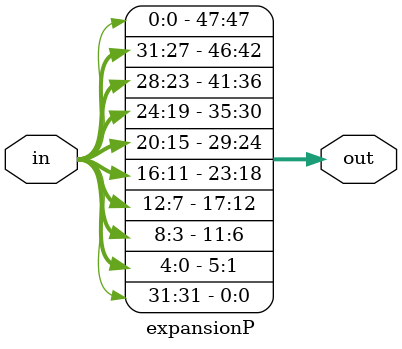
<source format=v>

module expansionP(out, in);

	input [31:0] in;
	output [47:0] out;
	
	/*
	E BIT-SELECTION TABLE
	32 1 2 3 4 5
	4 5 6 7 8 9
	8 9 10 11 12 13
	12 13 14 15 16 17
	16 17 18 19 20 21
	20 21 22 23 24 25
	24 25 26 27 28 29
	28 29 30 31 32 1 */
	
	//32 1 2 3 4 5 /*remember to subtract one so indicies are right*/
	assign out[0] = in[31];
	assign out[1] = in[0];
	assign out[2] = in[1];
	assign out[3] = in[2];
	assign out[4] = in[3];
	assign out[5] = in[4];
	
	//4 5 6 7 8 9
	assign out[6] = in[3];
	assign out[7] = in[4];
	assign out[8] = in[5];
	assign out[9] = in[6];
	assign out[10] = in[7];
	assign out[11] = in[8];
	
	//8 9 10 11 12 13
	assign out[12] = in[7];
	assign out[13] = in[8];
	assign out[14] = in[9];
	assign out[15] = in[10];
	assign out[16] = in[11];
	assign out[17] = in[12];
	
	//12 13 14 15 16 17
	assign out[18] = in[11];
	assign out[19] = in[12];
	assign out[20] = in[13];
	assign out[21] = in[14];
	assign out[22] = in[15];
	assign out[23] = in[16];
	
	//16 17 18 19 20 21
	assign out[24] = in[15];
	assign out[25] = in[16];
	assign out[26] = in[17];
	assign out[27] = in[18];
	assign out[28] = in[19];
	assign out[29] = in[20];
	
	//20 21 22 23 24 25
	assign out[30] = in[19];
	assign out[31] = in[20];
	assign out[32] = in[21];
	assign out[33] = in[22];
	assign out[34] = in[23];
	assign out[35] = in[24];
	
	//24 25 26 27 28 29
	assign out[36] = in[23];
	assign out[37] = in[24];
	assign out[38] = in[25];
	assign out[39] = in[26];
	assign out[40] = in[27];
	assign out[41] = in[28];
	
	//28 29 30 31 32 1
	assign out[42] = in[27];
	assign out[43] = in[28];
	assign out[44] = in[29];
	assign out[45] = in[30];
	assign out[46] = in[31];
	assign out[47] = in[0];
	
	
endmodule
</source>
